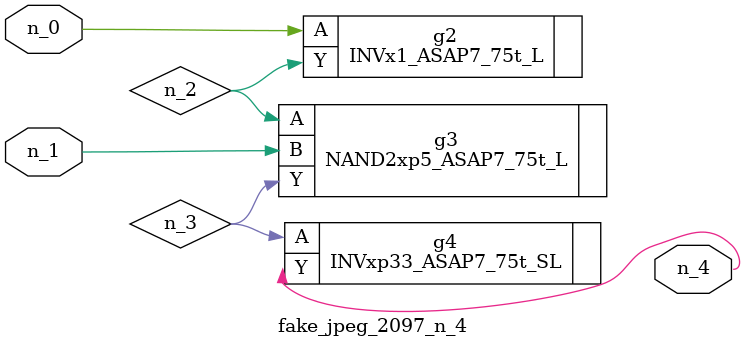
<source format=v>
module fake_jpeg_2097_n_4 (n_0, n_1, n_4);

input n_0;
input n_1;

output n_4;

wire n_2;
wire n_3;

INVx1_ASAP7_75t_L g2 ( 
.A(n_0),
.Y(n_2)
);

NAND2xp5_ASAP7_75t_L g3 ( 
.A(n_2),
.B(n_1),
.Y(n_3)
);

INVxp33_ASAP7_75t_SL g4 ( 
.A(n_3),
.Y(n_4)
);


endmodule
</source>
